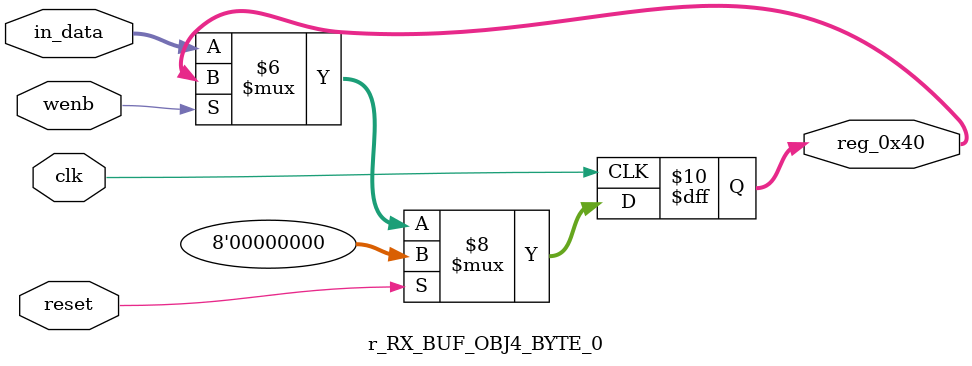
<source format=v>
module r_RX_BUF_OBJ4_BYTE_0(output reg [7:0] reg_0x40, input wire reset, input wire wenb, input wire [7:0] in_data, input wire clk);
	always@(posedge clk)
	begin
		if(reset==0) begin
			if(wenb==0)
				reg_0x40<=in_data;
			else
				reg_0x40<=reg_0x40;
		end
		else
			reg_0x40<=8'h00;
	end
endmodule
</source>
